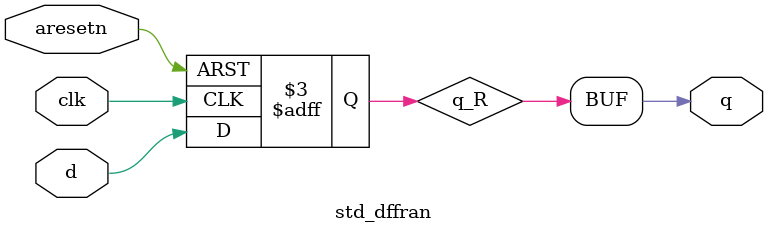
<source format=v>

module std_dffran #(
    parameter                       DFF_WIDTH           = 1,
    parameter [DFF_WIDTH - 1:0]     DFF_RESET_VALUE     = 'b0
) (
    input   wire                        clk,
    input   wire                        aresetn,

    input   wire [DFF_WIDTH - 1:0]      d,
    output  wire [DFF_WIDTH - 1:0]      q
);

    reg  [DFF_WIDTH - 1:0]  q_R;

    always @(posedge clk or negedge aresetn) begin
        
        if (~aresetn) begin
            q_R <= DFF_RESET_VALUE;
        end 
        else begin
            q_R <= d;
        end
    end

    assign q = q_R;

endmodule
</source>
